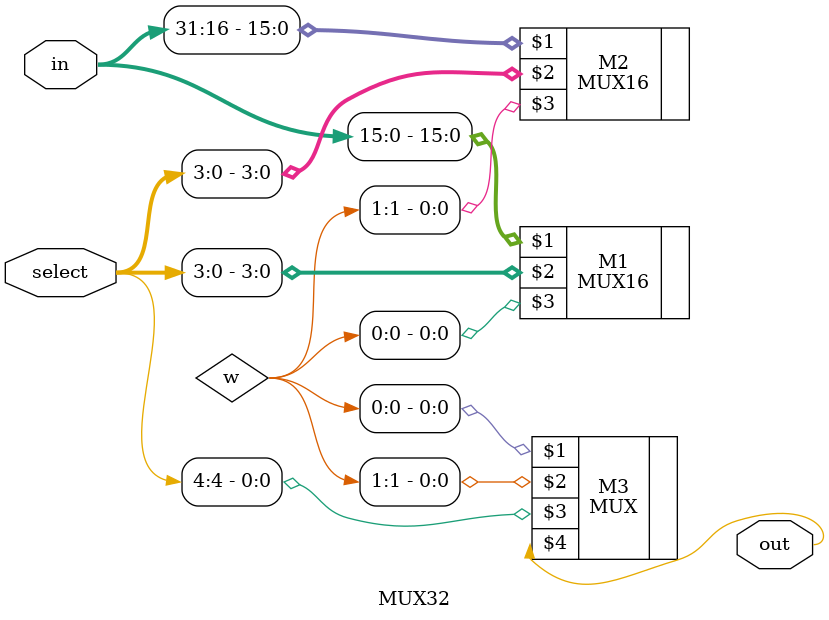
<source format=v>
module MUX32(in,select,out);
input [31:0]in;
input [4:0]select;
output out;
wire [1:0]w;


MUX16 M1(in[15:0],select[3:0],w[0]);
MUX16 M2(in[31:16],select[3:0],w[1]);
MUX M3(w[0],w[1],select[4],out);

endmodule

</source>
